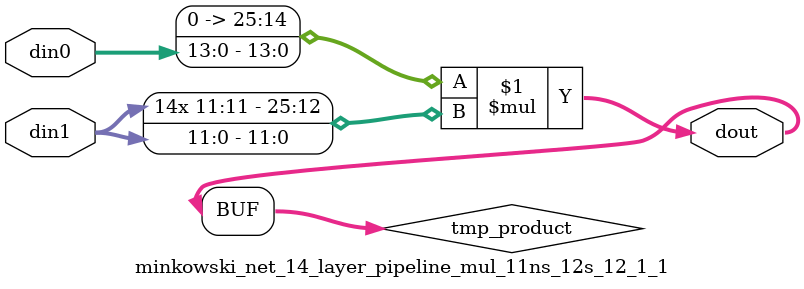
<source format=v>

`timescale 1 ns / 1 ps

 module minkowski_net_14_layer_pipeline_mul_11ns_12s_12_1_1(din0, din1, dout);
parameter ID = 1;
parameter NUM_STAGE = 0;
parameter din0_WIDTH = 14;
parameter din1_WIDTH = 12;
parameter dout_WIDTH = 26;

input [din0_WIDTH - 1 : 0] din0; 
input [din1_WIDTH - 1 : 0] din1; 
output [dout_WIDTH - 1 : 0] dout;

wire signed [dout_WIDTH - 1 : 0] tmp_product;

























assign tmp_product = $signed({1'b0, din0}) * $signed(din1);










assign dout = tmp_product;





















endmodule

</source>
